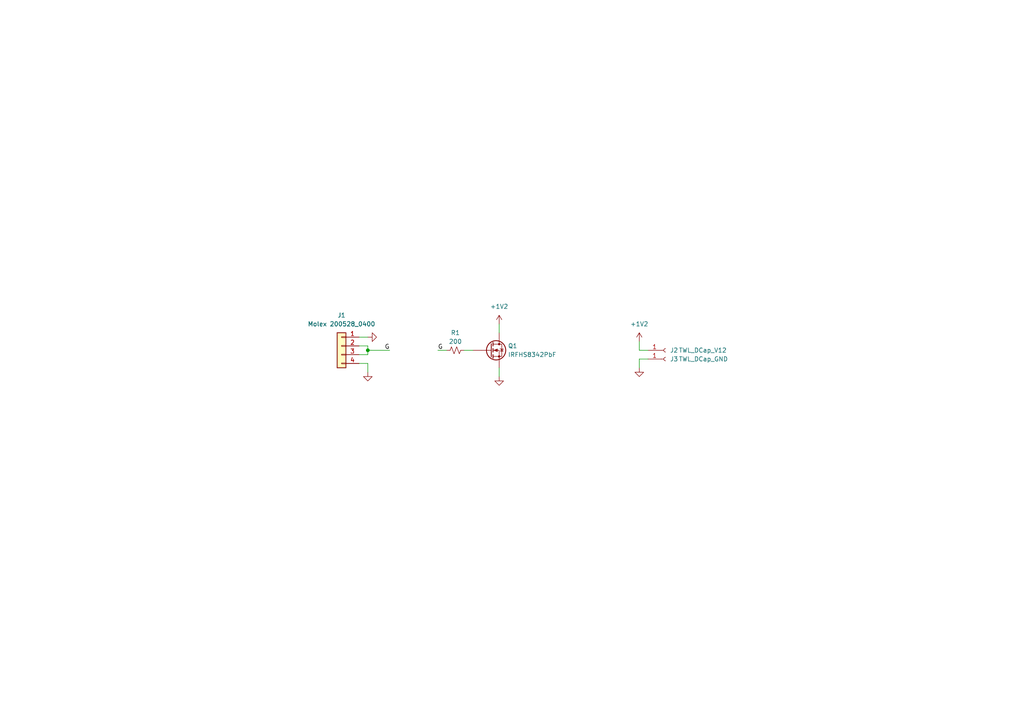
<source format=kicad_sch>
(kicad_sch (version 20230121) (generator eeschema)
  (paper "A4")
  (lib_symbols
    (symbol "Connector:Conn_01x01_Socket" (pin_names (offset 1.016) hide)
      (property "Reference" "J" (at 0 2.54 0))
      (property "Value" "Conn_01x01_Socket" (at 0 -2.54 0))
      (symbol "Conn_01x01_Socket_1_1"
        (polyline (pts (xy -1.27 0) (xy -0.508 0)) (stroke (width 0.1524)))
        (arc (start 0 0.508) (mid -0.5058 0) (end 0 -0.508) (stroke (width 0.1524)))
        (pin passive line (at -5.08 0 0) (length 3.81) (name "Pin_1") (number "1"))
      )
    )
    (symbol "Connector_Generic:Conn_01x04" (pin_names (offset 1.016) hide)
      (property "Reference" "J" (at 0 5.08 0))
      (property "Value" "Conn_01x04" (at 0 -7.62 0))
      (symbol "Conn_01x04_1_1"
        (rectangle (start -1.27 -4.953) (end 0 -5.207) (stroke (width 0.1524)))
        (rectangle (start -1.27 -2.413) (end 0 -2.667) (stroke (width 0.1524)))
        (rectangle (start -1.27 0.127) (end 0 -0.127) (stroke (width 0.1524)))
        (rectangle (start -1.27 2.667) (end 0 2.413) (stroke (width 0.1524)))
        (rectangle (start -1.27 3.81) (end 1.27 -6.35) (stroke (width 0.254)) (fill (type background)))
        (pin passive line (at -5.08 2.54 0) (length 3.81) (name "Pin_1") (number "1"))
        (pin passive line (at -5.08 0 0) (length 3.81) (name "Pin_2") (number "2"))
        (pin passive line (at -5.08 -2.54 0) (length 3.81) (name "Pin_3") (number "3"))
        (pin passive line (at -5.08 -5.08 0) (length 3.81) (name "Pin_4") (number "4"))
      )
    )
    (symbol "Device:R_Small_US" (pin_numbers hide) (pin_names (offset 0.254) hide)
      (property "Reference" "R" (at 0.762 0.508 0))
      (property "Value" "R_Small_US" (at 0.762 -1.016 0))
      (symbol "R_Small_US_1_1"
        (polyline (pts (xy 0 0) (xy 1.016 -0.381) (xy 0 -0.762) (xy -1.016 -1.143) (xy 0 -1.524)))
        (polyline (pts (xy 0 1.524) (xy 1.016 1.143) (xy 0 0.762) (xy -1.016 0.381) (xy 0 0)))
        (pin passive line (at 0 2.54 270) (length 1.016) (name "~") (number "1"))
        (pin passive line (at 0 -2.54 90) (length 1.016) (name "~") (number "2"))
      )
    )
    (symbol "dsi:IRFHS8342PbF" (pin_numbers hide) (pin_names hide)
      (property "Reference" "Q" (at 3.81 3.81 0))
      (property "Value" "IRFHS8342PbF" (at 0 0 0))
      (symbol "IRFHS8342PbF_0_1"
        (polyline (pts (xy -1.016 0) (xy -3.81 0)))
        (polyline (pts (xy -1.016 1.905) (xy -1.016 -1.905)) (stroke (width 0.254)))
        (polyline (pts (xy -0.508 -1.27) (xy -0.508 -2.286)) (stroke (width 0.254)))
        (polyline (pts (xy -0.508 0.508) (xy -0.508 -0.508)) (stroke (width 0.254)))
        (polyline (pts (xy -0.508 2.286) (xy -0.508 1.27)) (stroke (width 0.254)))
        (polyline (pts (xy 1.27 2.54) (xy 1.27 1.778)))
        (polyline (pts (xy 1.27 -2.54) (xy 1.27 0) (xy -0.508 0)))
        (polyline (pts (xy -0.508 -1.778) (xy 2.032 -1.778) (xy 2.032 1.778) (xy -0.508 1.778)))
        (polyline (pts (xy -0.254 0) (xy 0.762 0.381) (xy 0.762 -0.381) (xy -0.254 0)) (fill (type outline)))
        (polyline (pts (xy 1.524 0.508) (xy 1.651 0.381) (xy 2.413 0.381) (xy 2.54 0.254)))
        (polyline (pts (xy 2.032 0.381) (xy 1.651 -0.254) (xy 2.413 -0.254) (xy 2.032 0.381)))
        (circle (center 0.381 0) (radius 2.794) (stroke (width 0.254)))
        (circle (center 1.27 -1.778) (radius 0.254) (fill (type outline)))
        (circle (center 1.27 1.778) (radius 0.254) (fill (type outline)))
      )
      (symbol "IRFHS8342PbF_1_1"
        (pin passive line (at 1.27 5.08 270) (length 2.54) (name "D") (number "1"))
        (pin passive line (at 1.27 5.08 270) (length 2.54) hide (name "D") (number "2"))
        (pin passive line (at -6.35 0 0) (length 2.54) (name "G") (number "3"))
        (pin passive line (at 1.27 -5.08 90) (length 2.54) (name "S") (number "4"))
        (pin passive line (at 1.27 5.08 270) (length 2.54) hide (name "D") (number "5"))
        (pin passive line (at 1.27 5.08 270) (length 2.54) hide (name "D") (number "6"))
        (pin passive line (at 1.27 5.08 270) (length 2.54) hide (name "D") (number "7"))
        (pin passive line (at 1.27 -5.08 90) (length 2.54) hide (name "S") (number "8"))
      )
    )
    (symbol "power:+1V2" (power) (pin_names (offset 0))
      (property "Value" "+1V2" (at 0 3.556 0))
      (symbol "+1V2_0_1"
        (polyline (pts (xy -0.762 1.27) (xy 0 2.54)))
        (polyline (pts (xy 0 0) (xy 0 2.54)))
        (polyline (pts (xy 0 2.54) (xy 0.762 1.27)))
      )
      (symbol "+1V2_1_1"
        (pin power_in line (at 0 0 90) (length 0) hide (name "+1V2") (number "1"))
      )
    )
    (symbol "power:GND" (power) (pin_names (offset 0))
      (property "Value" "GND" (at 0 -3.81 0))
      (symbol "GND_0_1"
        (polyline (pts (xy 0 0) (xy 0 -1.27) (xy 1.27 -1.27) (xy 0 -2.54) (xy -1.27 -1.27) (xy 0 -1.27)))
      )
      (symbol "GND_1_1"
        (pin power_in line (at 0 0 270) (length 0) hide (name "GND") (number "1"))
      )
    )
  )
  (junction (at 106.68 101.6))
  (wire (pts (xy 106.68 100.33) (xy 106.68 101.6)))
  (wire (pts (xy 104.14 97.79) (xy 106.68 97.79)))
  (wire (pts (xy 144.78 93.98) (xy 144.78 96.52)))
  (wire (pts (xy 106.68 101.6) (xy 106.68 102.87)))
  (wire (pts (xy 144.78 106.68) (xy 144.78 109.22)))
  (wire (pts (xy 104.14 100.33) (xy 106.68 100.33)))
  (wire (pts (xy 104.14 105.41) (xy 106.68 105.41)))
  (wire (pts (xy 106.68 105.41) (xy 106.68 107.95)))
  (wire (pts (xy 106.68 101.6) (xy 113.03 101.6)))
  (wire (pts (xy 127 101.6) (xy 129.54 101.6)))
  (wire (pts (xy 187.96 104.14) (xy 185.42 104.14)))
  (wire (pts (xy 185.42 104.14) (xy 185.42 106.68)))
  (wire (pts (xy 185.42 99.06) (xy 185.42 101.6)))
  (wire (pts (xy 104.14 102.87) (xy 106.68 102.87)))
  (wire (pts (xy 185.42 101.6) (xy 187.96 101.6)))
  (wire (pts (xy 134.62 101.6) (xy 137.16 101.6)))
  (label "G" (at 113.03 101.6 180))
  (label "G" (at 127 101.6 0))
  (symbol (lib_id "power:GND") (at 106.68 97.79 90) (unit 1)
    (property "Reference" "#PWR02" (effects hide))
    (property "Value" "GND" (effects hide))
  )
  (symbol (lib_id "power:GND") (at 106.68 107.95 0) (unit 1)
    (property "Reference" "#PWR01" (effects hide))
    (property "Value" "GND" (effects hide))
  )
  (symbol (lib_id "Connector:Conn_01x01_Socket") (at 193.04 101.6 0) (unit 1)
    (property "Reference" "J2" (at 194.31 101.6 0) (effects (justify left)))
    (property "Value" "TWL_DCap_V12" (at 196.85 101.6 0) (effects (justify left)))
    (property "Footprint" "footprints:FPC_Castellated_Hole" (effects hide))
  )
  (symbol (lib_id "power:+1V2") (at 144.78 93.98 0) (unit 1)
    (property "Reference" "#PWR04" (effects hide))
    (property "Value" "+1V2" (at 144.78 88.9 0))
  )
  (symbol (lib_id "Connector:Conn_01x01_Socket") (at 193.04 104.14 0) (unit 1)
    (property "Reference" "J3" (at 194.31 104.14 0) (effects (justify left)))
    (property "Value" "TWL_DCap_GND" (at 196.85 104.14 0) (effects (justify left)))
    (property "Footprint" "footprints:FPC_Castellated_Hole" (effects hide))
  )
  (symbol (lib_id "power:GND") (at 185.42 106.68 0) (mirror y) (unit 1)
    (property "Reference" "#PWR05" (effects hide))
    (property "Value" "GND" (effects hide))
  )
  (symbol (lib_id "Connector_Generic:Conn_01x04") (at 99.06 100.33 0) (mirror y) (unit 1) (in_bom no)
    (property "Reference" "J1" (at 99.06 91.44 0))
    (property "Value" "Molex 200528_0400" (at 99.06 93.98 0))
    (property "Footprint" "footprints:Molex_2005280040_FPC" (effects hide))
  )
  (symbol (lib_id "Device:R_Small_US") (at 132.08 101.6 90) (unit 1)
    (property "Reference" "R1" (at 132.08 96.52 90))
    (property "Value" "200" (at 132.08 99.06 90))
    (property "Footprint" "Resistor_SMD:R_0402_1005Metric" (effects hide))
  )
  (symbol (lib_id "dsi:IRFHS8342PbF") (at 143.51 101.6 0) (unit 1)
    (property "Reference" "Q1" (at 147.32 100.33 0) (effects (justify left)))
    (property "Value" "IRFHS8342PbF" (at 147.32 102.87 0) (effects (justify left)))
    (property "Footprint" "footprints:PQFN6_2X2_INF" (effects hide))
    (property "Datasheet" "https://www.infineon.com/dgdl/irfhs8342pbf.pdf?fileId=5546d462533600a401535623992e1f5f" (effects hide))
  )
  (symbol (lib_id "power:GND") (at 144.78 109.22 0) (unit 1)
    (property "Reference" "#PWR03" (effects hide))
    (property "Value" "GND" (effects hide))
  )
  (symbol (lib_id "power:+1V2") (at 185.42 99.06 0) (unit 1)
    (property "Reference" "#PWR06" (effects hide))
    (property "Value" "+1V2" (at 185.42 93.98 0))
  )
)
</source>
